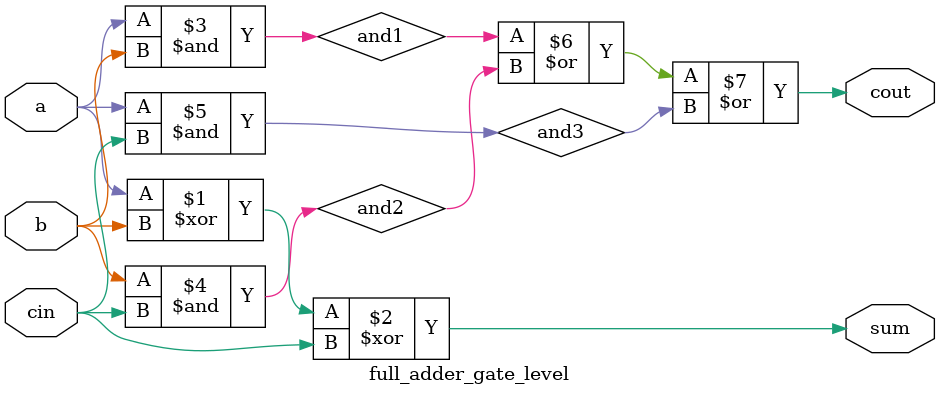
<source format=v>
module full_adder_gate_level(input a, b, cin, output sum, cout);
    wire and1, and2, and3;
    xor gate1 (sum, a, b, cin);
    and gate2 (and1, a, b);
    and gate3 (and2, b, cin);
    and gate4 (and3, a, cin);
    or gate5 (cout, and1, and2, and3);
endmodule

</source>
